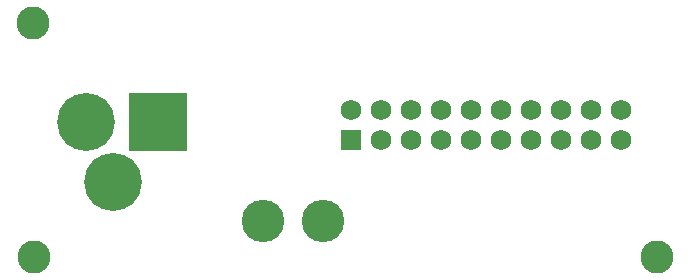
<source format=gbr>
%TF.GenerationSoftware,KiCad,Pcbnew,(5.1.6)-1*%
%TF.CreationDate,2021-12-15T21:29:54+00:00*%
%TF.ProjectId,elegoo_mars_heater,656c6567-6f6f-45f6-9d61-72735f686561,rev?*%
%TF.SameCoordinates,Original*%
%TF.FileFunction,Soldermask,Top*%
%TF.FilePolarity,Negative*%
%FSLAX46Y46*%
G04 Gerber Fmt 4.6, Leading zero omitted, Abs format (unit mm)*
G04 Created by KiCad (PCBNEW (5.1.6)-1) date 2021-12-15 21:29:54*
%MOMM*%
%LPD*%
G01*
G04 APERTURE LIST*
%ADD10C,3.600120*%
%ADD11C,4.900000*%
%ADD12R,4.900000X4.900000*%
%ADD13C,1.750000*%
%ADD14R,1.750000X1.750000*%
%ADD15C,2.800000*%
G04 APERTURE END LIST*
D10*
%TO.C,SW1*%
X35420000Y-32000000D03*
X40500000Y-32000000D03*
%TD*%
D11*
%TO.C,J1*%
X20400000Y-23588000D03*
D12*
X26500000Y-23588000D03*
D11*
X22690000Y-28668000D03*
%TD*%
D13*
%TO.C,J2*%
X65740000Y-22588000D03*
X65740000Y-25128000D03*
X63200000Y-22588000D03*
X63200000Y-25128000D03*
X60660000Y-22588000D03*
X60660000Y-25128000D03*
X58120000Y-22588000D03*
X58120000Y-25128000D03*
X55580000Y-22588000D03*
X55580000Y-25128000D03*
X53040000Y-22588000D03*
X53040000Y-25128000D03*
X50500000Y-22588000D03*
X50500000Y-25128000D03*
X47960000Y-22588000D03*
X47960000Y-25128000D03*
X45420000Y-22588000D03*
X45420000Y-25128000D03*
X42880000Y-22588000D03*
D14*
X42880000Y-25128000D03*
%TD*%
D15*
%TO.C,REF\u002A\u002A*%
X68750000Y-35000000D03*
%TD*%
%TO.C,REF\u002A\u002A*%
X16000000Y-35000000D03*
%TD*%
%TO.C,REF\u002A\u002A*%
X15938000Y-15192000D03*
%TD*%
M02*

</source>
